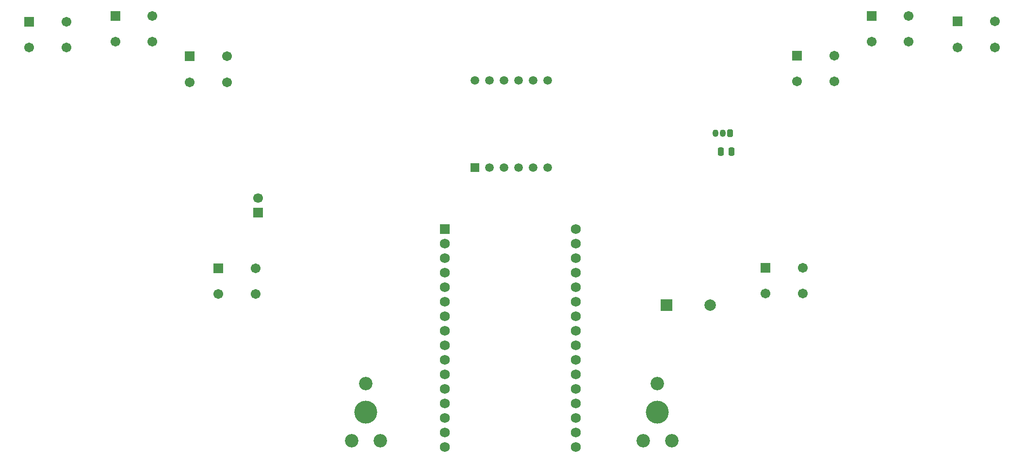
<source format=gbr>
%TF.GenerationSoftware,KiCad,Pcbnew,9.0.1*%
%TF.CreationDate,2026-02-02T11:40:33-05:00*%
%TF.ProjectId,Volante Maquinillo,566f6c61-6e74-4652-904d-617175696e69,rev?*%
%TF.SameCoordinates,Original*%
%TF.FileFunction,Soldermask,Bot*%
%TF.FilePolarity,Negative*%
%FSLAX46Y46*%
G04 Gerber Fmt 4.6, Leading zero omitted, Abs format (unit mm)*
G04 Created by KiCad (PCBNEW 9.0.1) date 2026-02-02 11:40:33*
%MOMM*%
%LPD*%
G01*
G04 APERTURE LIST*
G04 Aperture macros list*
%AMRoundRect*
0 Rectangle with rounded corners*
0 $1 Rounding radius*
0 $2 $3 $4 $5 $6 $7 $8 $9 X,Y pos of 4 corners*
0 Add a 4 corners polygon primitive as box body*
4,1,4,$2,$3,$4,$5,$6,$7,$8,$9,$2,$3,0*
0 Add four circle primitives for the rounded corners*
1,1,$1+$1,$2,$3*
1,1,$1+$1,$4,$5*
1,1,$1+$1,$6,$7*
1,1,$1+$1,$8,$9*
0 Add four rect primitives between the rounded corners*
20,1,$1+$1,$2,$3,$4,$5,0*
20,1,$1+$1,$4,$5,$6,$7,0*
20,1,$1+$1,$6,$7,$8,$9,0*
20,1,$1+$1,$8,$9,$2,$3,0*%
G04 Aperture macros list end*
%ADD10RoundRect,0.102000X-0.754000X-0.754000X0.754000X-0.754000X0.754000X0.754000X-0.754000X0.754000X0*%
%ADD11C,1.712000*%
%ADD12R,1.700000X1.700000*%
%ADD13C,1.700000*%
%ADD14C,4.000000*%
%ADD15C,2.340000*%
%ADD16RoundRect,0.102000X-0.762000X-0.762000X0.762000X-0.762000X0.762000X0.762000X-0.762000X0.762000X0*%
%ADD17C,1.728000*%
%ADD18R,2.000000X2.000000*%
%ADD19C,2.000000*%
%ADD20R,1.500000X1.500000*%
%ADD21C,1.500000*%
%ADD22RoundRect,0.250000X0.250000X0.475000X-0.250000X0.475000X-0.250000X-0.475000X0.250000X-0.475000X0*%
%ADD23RoundRect,0.249900X0.275100X0.400100X-0.275100X0.400100X-0.275100X-0.400100X0.275100X-0.400100X0*%
%ADD24O,1.050000X1.300000*%
G04 APERTURE END LIST*
D10*
%TO.C,SW1*%
X68750000Y-58750000D03*
D11*
X75250000Y-58750000D03*
X68750000Y-63250000D03*
X75250000Y-63250000D03*
%TD*%
D10*
%TO.C,SW3*%
X96750000Y-64812500D03*
D11*
X103250000Y-64812500D03*
X96750000Y-69312500D03*
X103250000Y-69312500D03*
%TD*%
D10*
%TO.C,SW8*%
X197250000Y-101750000D03*
D11*
X203750000Y-101750000D03*
X197250000Y-106250000D03*
X203750000Y-106250000D03*
%TD*%
D10*
%TO.C,SW7*%
X202750000Y-64712500D03*
D11*
X209250000Y-64712500D03*
X202750000Y-69212500D03*
X209250000Y-69212500D03*
%TD*%
D12*
%TO.C,TH1*%
X108700000Y-92100000D03*
D13*
X108700000Y-89560000D03*
%TD*%
D14*
%TO.C,P2*%
X178400000Y-127000000D03*
D15*
X180900000Y-132000000D03*
X178400000Y-122000000D03*
X175900000Y-132000000D03*
%TD*%
D10*
%TO.C,SW6*%
X215750000Y-57712500D03*
D11*
X222250000Y-57712500D03*
X215750000Y-62212500D03*
X222250000Y-62212500D03*
%TD*%
D14*
%TO.C,P1*%
X127500000Y-127000000D03*
D15*
X130000000Y-132000000D03*
X127500000Y-122000000D03*
X125000000Y-132000000D03*
%TD*%
D16*
%TO.C,U2*%
X141307500Y-95000000D03*
D17*
X141307500Y-97540000D03*
X141307500Y-100080000D03*
X141307500Y-102620000D03*
X141307500Y-105160000D03*
X141307500Y-107700000D03*
X141307500Y-110240000D03*
X141307500Y-112780000D03*
X141307500Y-115320000D03*
X141307500Y-117860000D03*
X141307500Y-120400000D03*
X141307500Y-122940000D03*
X141307500Y-125480000D03*
X141307500Y-128020000D03*
X141307500Y-130560000D03*
X141307500Y-133100000D03*
X164167500Y-95000000D03*
X164167500Y-97540000D03*
X164167500Y-100080000D03*
X164167500Y-102620000D03*
X164167500Y-105160000D03*
X164167500Y-107700000D03*
X164167500Y-110240000D03*
X164167500Y-112780000D03*
X164167500Y-115320000D03*
X164167500Y-117860000D03*
X164167500Y-120400000D03*
X164167500Y-122940000D03*
X164167500Y-125480000D03*
X164167500Y-128020000D03*
X164167500Y-130560000D03*
X164167500Y-133100000D03*
%TD*%
D10*
%TO.C,SW2*%
X83750000Y-57712500D03*
D11*
X90250000Y-57712500D03*
X83750000Y-62212500D03*
X90250000Y-62212500D03*
%TD*%
D18*
%TO.C,BZ1*%
X180000000Y-108300000D03*
D19*
X187600000Y-108300000D03*
%TD*%
D10*
%TO.C,SW5*%
X230750000Y-58712500D03*
D11*
X237250000Y-58712500D03*
X230750000Y-63212500D03*
X237250000Y-63212500D03*
%TD*%
D20*
%TO.C,U3*%
X146550000Y-84240000D03*
D21*
X149090000Y-84240000D03*
X151630000Y-84240000D03*
X154170000Y-84240000D03*
X156710000Y-84240000D03*
X159250000Y-84240000D03*
X159250000Y-69000000D03*
X156710000Y-69000000D03*
X154170000Y-69000000D03*
X151630000Y-69000000D03*
X149090000Y-69000000D03*
X146550000Y-69000000D03*
%TD*%
D10*
%TO.C,SW4*%
X101750000Y-101850000D03*
D11*
X108250000Y-101850000D03*
X101750000Y-106350000D03*
X108250000Y-106350000D03*
%TD*%
D22*
%TO.C,C1*%
X191330000Y-81460000D03*
X189430000Y-81460000D03*
%TD*%
D23*
%TO.C,Q1*%
X191100000Y-78200000D03*
D24*
X189830000Y-78200000D03*
X188560000Y-78200000D03*
%TD*%
M02*

</source>
